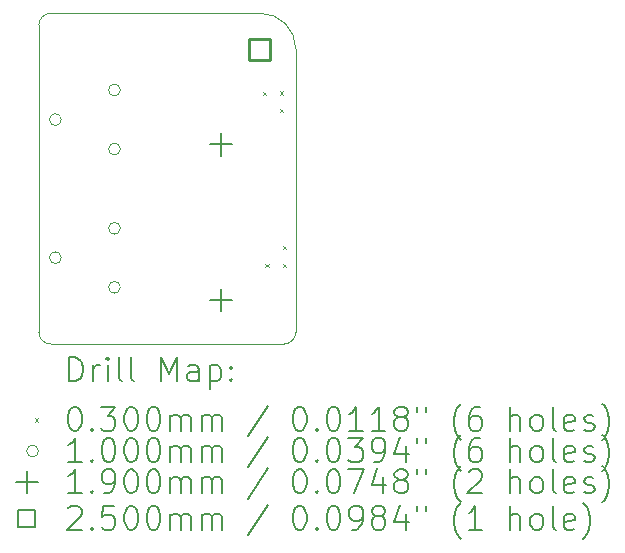
<source format=gbr>
%TF.GenerationSoftware,KiCad,Pcbnew,8.0.1*%
%TF.CreationDate,2024-07-10T15:35:58+08:00*%
%TF.ProjectId,555Sandbox,35353553-616e-4646-926f-782e6b696361,1.0.0*%
%TF.SameCoordinates,Original*%
%TF.FileFunction,Drillmap*%
%TF.FilePolarity,Positive*%
%FSLAX45Y45*%
G04 Gerber Fmt 4.5, Leading zero omitted, Abs format (unit mm)*
G04 Created by KiCad (PCBNEW 8.0.1) date 2024-07-10 15:35:58*
%MOMM*%
%LPD*%
G01*
G04 APERTURE LIST*
%ADD10C,0.050000*%
%ADD11C,0.200000*%
%ADD12C,0.100000*%
%ADD13C,0.190000*%
%ADD14C,0.250000*%
G04 APERTURE END LIST*
D10*
X9370000Y-6690000D02*
G75*
G02*
X9670000Y-6990000I0J-300000D01*
G01*
X9670000Y-9390000D02*
X9670000Y-6990000D01*
X7595000Y-9490000D02*
G75*
G02*
X7494292Y-9390005I0J100710D01*
G01*
X7495000Y-9390000D02*
X7495000Y-6790000D01*
X9670000Y-9390000D02*
G75*
G02*
X9570000Y-9490000I-100000J0D01*
G01*
X9570000Y-9490000D02*
X7595000Y-9490000D01*
X7495000Y-6790000D02*
G75*
G02*
X7595000Y-6690000I100000J0D01*
G01*
X7595000Y-6690000D02*
X9370000Y-6690000D01*
D11*
D12*
X9390000Y-7355000D02*
X9420000Y-7385000D01*
X9420000Y-7355000D02*
X9390000Y-7385000D01*
X9410000Y-8810000D02*
X9440000Y-8840000D01*
X9440000Y-8810000D02*
X9410000Y-8840000D01*
X9535000Y-7350000D02*
X9565000Y-7380000D01*
X9565000Y-7350000D02*
X9535000Y-7380000D01*
X9535000Y-7500000D02*
X9565000Y-7530000D01*
X9565000Y-7500000D02*
X9535000Y-7530000D01*
X9560000Y-8660000D02*
X9590000Y-8690000D01*
X9590000Y-8660000D02*
X9560000Y-8690000D01*
X9560000Y-8810000D02*
X9590000Y-8840000D01*
X9590000Y-8810000D02*
X9560000Y-8840000D01*
X7685000Y-7590000D02*
G75*
G02*
X7585000Y-7590000I-50000J0D01*
G01*
X7585000Y-7590000D02*
G75*
G02*
X7685000Y-7590000I50000J0D01*
G01*
X7685000Y-8760000D02*
G75*
G02*
X7585000Y-8760000I-50000J0D01*
G01*
X7585000Y-8760000D02*
G75*
G02*
X7685000Y-8760000I50000J0D01*
G01*
X8185000Y-7340000D02*
G75*
G02*
X8085000Y-7340000I-50000J0D01*
G01*
X8085000Y-7340000D02*
G75*
G02*
X8185000Y-7340000I50000J0D01*
G01*
X8185000Y-7840000D02*
G75*
G02*
X8085000Y-7840000I-50000J0D01*
G01*
X8085000Y-7840000D02*
G75*
G02*
X8185000Y-7840000I50000J0D01*
G01*
X8185000Y-8510000D02*
G75*
G02*
X8085000Y-8510000I-50000J0D01*
G01*
X8085000Y-8510000D02*
G75*
G02*
X8185000Y-8510000I50000J0D01*
G01*
X8185000Y-9010000D02*
G75*
G02*
X8085000Y-9010000I-50000J0D01*
G01*
X8085000Y-9010000D02*
G75*
G02*
X8185000Y-9010000I50000J0D01*
G01*
D13*
X9035000Y-7705000D02*
X9035000Y-7895000D01*
X8940000Y-7800000D02*
X9130000Y-7800000D01*
X9035000Y-9025000D02*
X9035000Y-9215000D01*
X8940000Y-9120000D02*
X9130000Y-9120000D01*
D14*
X9448389Y-7083389D02*
X9448389Y-6906611D01*
X9271611Y-6906611D01*
X9271611Y-7083389D01*
X9448389Y-7083389D01*
D11*
X7752569Y-9803984D02*
X7752569Y-9603984D01*
X7752569Y-9603984D02*
X7800188Y-9603984D01*
X7800188Y-9603984D02*
X7828759Y-9613508D01*
X7828759Y-9613508D02*
X7847807Y-9632555D01*
X7847807Y-9632555D02*
X7857330Y-9651603D01*
X7857330Y-9651603D02*
X7866854Y-9689698D01*
X7866854Y-9689698D02*
X7866854Y-9718270D01*
X7866854Y-9718270D02*
X7857330Y-9756365D01*
X7857330Y-9756365D02*
X7847807Y-9775412D01*
X7847807Y-9775412D02*
X7828759Y-9794460D01*
X7828759Y-9794460D02*
X7800188Y-9803984D01*
X7800188Y-9803984D02*
X7752569Y-9803984D01*
X7952569Y-9803984D02*
X7952569Y-9670650D01*
X7952569Y-9708746D02*
X7962092Y-9689698D01*
X7962092Y-9689698D02*
X7971616Y-9680174D01*
X7971616Y-9680174D02*
X7990664Y-9670650D01*
X7990664Y-9670650D02*
X8009711Y-9670650D01*
X8076378Y-9803984D02*
X8076378Y-9670650D01*
X8076378Y-9603984D02*
X8066854Y-9613508D01*
X8066854Y-9613508D02*
X8076378Y-9623031D01*
X8076378Y-9623031D02*
X8085902Y-9613508D01*
X8085902Y-9613508D02*
X8076378Y-9603984D01*
X8076378Y-9603984D02*
X8076378Y-9623031D01*
X8200188Y-9803984D02*
X8181140Y-9794460D01*
X8181140Y-9794460D02*
X8171616Y-9775412D01*
X8171616Y-9775412D02*
X8171616Y-9603984D01*
X8304949Y-9803984D02*
X8285902Y-9794460D01*
X8285902Y-9794460D02*
X8276378Y-9775412D01*
X8276378Y-9775412D02*
X8276378Y-9603984D01*
X8533521Y-9803984D02*
X8533521Y-9603984D01*
X8533521Y-9603984D02*
X8600188Y-9746841D01*
X8600188Y-9746841D02*
X8666854Y-9603984D01*
X8666854Y-9603984D02*
X8666854Y-9803984D01*
X8847807Y-9803984D02*
X8847807Y-9699222D01*
X8847807Y-9699222D02*
X8838283Y-9680174D01*
X8838283Y-9680174D02*
X8819235Y-9670650D01*
X8819235Y-9670650D02*
X8781140Y-9670650D01*
X8781140Y-9670650D02*
X8762092Y-9680174D01*
X8847807Y-9794460D02*
X8828759Y-9803984D01*
X8828759Y-9803984D02*
X8781140Y-9803984D01*
X8781140Y-9803984D02*
X8762092Y-9794460D01*
X8762092Y-9794460D02*
X8752569Y-9775412D01*
X8752569Y-9775412D02*
X8752569Y-9756365D01*
X8752569Y-9756365D02*
X8762092Y-9737317D01*
X8762092Y-9737317D02*
X8781140Y-9727793D01*
X8781140Y-9727793D02*
X8828759Y-9727793D01*
X8828759Y-9727793D02*
X8847807Y-9718270D01*
X8943045Y-9670650D02*
X8943045Y-9870650D01*
X8943045Y-9680174D02*
X8962092Y-9670650D01*
X8962092Y-9670650D02*
X9000188Y-9670650D01*
X9000188Y-9670650D02*
X9019235Y-9680174D01*
X9019235Y-9680174D02*
X9028759Y-9689698D01*
X9028759Y-9689698D02*
X9038283Y-9708746D01*
X9038283Y-9708746D02*
X9038283Y-9765889D01*
X9038283Y-9765889D02*
X9028759Y-9784936D01*
X9028759Y-9784936D02*
X9019235Y-9794460D01*
X9019235Y-9794460D02*
X9000188Y-9803984D01*
X9000188Y-9803984D02*
X8962092Y-9803984D01*
X8962092Y-9803984D02*
X8943045Y-9794460D01*
X9123997Y-9784936D02*
X9133521Y-9794460D01*
X9133521Y-9794460D02*
X9123997Y-9803984D01*
X9123997Y-9803984D02*
X9114473Y-9794460D01*
X9114473Y-9794460D02*
X9123997Y-9784936D01*
X9123997Y-9784936D02*
X9123997Y-9803984D01*
X9123997Y-9680174D02*
X9133521Y-9689698D01*
X9133521Y-9689698D02*
X9123997Y-9699222D01*
X9123997Y-9699222D02*
X9114473Y-9689698D01*
X9114473Y-9689698D02*
X9123997Y-9680174D01*
X9123997Y-9680174D02*
X9123997Y-9699222D01*
D12*
X7461792Y-10117500D02*
X7491792Y-10147500D01*
X7491792Y-10117500D02*
X7461792Y-10147500D01*
D11*
X7790664Y-10023984D02*
X7809711Y-10023984D01*
X7809711Y-10023984D02*
X7828759Y-10033508D01*
X7828759Y-10033508D02*
X7838283Y-10043031D01*
X7838283Y-10043031D02*
X7847807Y-10062079D01*
X7847807Y-10062079D02*
X7857330Y-10100174D01*
X7857330Y-10100174D02*
X7857330Y-10147793D01*
X7857330Y-10147793D02*
X7847807Y-10185889D01*
X7847807Y-10185889D02*
X7838283Y-10204936D01*
X7838283Y-10204936D02*
X7828759Y-10214460D01*
X7828759Y-10214460D02*
X7809711Y-10223984D01*
X7809711Y-10223984D02*
X7790664Y-10223984D01*
X7790664Y-10223984D02*
X7771616Y-10214460D01*
X7771616Y-10214460D02*
X7762092Y-10204936D01*
X7762092Y-10204936D02*
X7752569Y-10185889D01*
X7752569Y-10185889D02*
X7743045Y-10147793D01*
X7743045Y-10147793D02*
X7743045Y-10100174D01*
X7743045Y-10100174D02*
X7752569Y-10062079D01*
X7752569Y-10062079D02*
X7762092Y-10043031D01*
X7762092Y-10043031D02*
X7771616Y-10033508D01*
X7771616Y-10033508D02*
X7790664Y-10023984D01*
X7943045Y-10204936D02*
X7952569Y-10214460D01*
X7952569Y-10214460D02*
X7943045Y-10223984D01*
X7943045Y-10223984D02*
X7933521Y-10214460D01*
X7933521Y-10214460D02*
X7943045Y-10204936D01*
X7943045Y-10204936D02*
X7943045Y-10223984D01*
X8019235Y-10023984D02*
X8143045Y-10023984D01*
X8143045Y-10023984D02*
X8076378Y-10100174D01*
X8076378Y-10100174D02*
X8104950Y-10100174D01*
X8104950Y-10100174D02*
X8123997Y-10109698D01*
X8123997Y-10109698D02*
X8133521Y-10119222D01*
X8133521Y-10119222D02*
X8143045Y-10138270D01*
X8143045Y-10138270D02*
X8143045Y-10185889D01*
X8143045Y-10185889D02*
X8133521Y-10204936D01*
X8133521Y-10204936D02*
X8123997Y-10214460D01*
X8123997Y-10214460D02*
X8104950Y-10223984D01*
X8104950Y-10223984D02*
X8047807Y-10223984D01*
X8047807Y-10223984D02*
X8028759Y-10214460D01*
X8028759Y-10214460D02*
X8019235Y-10204936D01*
X8266854Y-10023984D02*
X8285902Y-10023984D01*
X8285902Y-10023984D02*
X8304950Y-10033508D01*
X8304950Y-10033508D02*
X8314473Y-10043031D01*
X8314473Y-10043031D02*
X8323997Y-10062079D01*
X8323997Y-10062079D02*
X8333521Y-10100174D01*
X8333521Y-10100174D02*
X8333521Y-10147793D01*
X8333521Y-10147793D02*
X8323997Y-10185889D01*
X8323997Y-10185889D02*
X8314473Y-10204936D01*
X8314473Y-10204936D02*
X8304950Y-10214460D01*
X8304950Y-10214460D02*
X8285902Y-10223984D01*
X8285902Y-10223984D02*
X8266854Y-10223984D01*
X8266854Y-10223984D02*
X8247807Y-10214460D01*
X8247807Y-10214460D02*
X8238283Y-10204936D01*
X8238283Y-10204936D02*
X8228759Y-10185889D01*
X8228759Y-10185889D02*
X8219235Y-10147793D01*
X8219235Y-10147793D02*
X8219235Y-10100174D01*
X8219235Y-10100174D02*
X8228759Y-10062079D01*
X8228759Y-10062079D02*
X8238283Y-10043031D01*
X8238283Y-10043031D02*
X8247807Y-10033508D01*
X8247807Y-10033508D02*
X8266854Y-10023984D01*
X8457331Y-10023984D02*
X8476378Y-10023984D01*
X8476378Y-10023984D02*
X8495426Y-10033508D01*
X8495426Y-10033508D02*
X8504950Y-10043031D01*
X8504950Y-10043031D02*
X8514473Y-10062079D01*
X8514473Y-10062079D02*
X8523997Y-10100174D01*
X8523997Y-10100174D02*
X8523997Y-10147793D01*
X8523997Y-10147793D02*
X8514473Y-10185889D01*
X8514473Y-10185889D02*
X8504950Y-10204936D01*
X8504950Y-10204936D02*
X8495426Y-10214460D01*
X8495426Y-10214460D02*
X8476378Y-10223984D01*
X8476378Y-10223984D02*
X8457331Y-10223984D01*
X8457331Y-10223984D02*
X8438283Y-10214460D01*
X8438283Y-10214460D02*
X8428759Y-10204936D01*
X8428759Y-10204936D02*
X8419235Y-10185889D01*
X8419235Y-10185889D02*
X8409712Y-10147793D01*
X8409712Y-10147793D02*
X8409712Y-10100174D01*
X8409712Y-10100174D02*
X8419235Y-10062079D01*
X8419235Y-10062079D02*
X8428759Y-10043031D01*
X8428759Y-10043031D02*
X8438283Y-10033508D01*
X8438283Y-10033508D02*
X8457331Y-10023984D01*
X8609712Y-10223984D02*
X8609712Y-10090650D01*
X8609712Y-10109698D02*
X8619235Y-10100174D01*
X8619235Y-10100174D02*
X8638283Y-10090650D01*
X8638283Y-10090650D02*
X8666854Y-10090650D01*
X8666854Y-10090650D02*
X8685902Y-10100174D01*
X8685902Y-10100174D02*
X8695426Y-10119222D01*
X8695426Y-10119222D02*
X8695426Y-10223984D01*
X8695426Y-10119222D02*
X8704950Y-10100174D01*
X8704950Y-10100174D02*
X8723997Y-10090650D01*
X8723997Y-10090650D02*
X8752569Y-10090650D01*
X8752569Y-10090650D02*
X8771616Y-10100174D01*
X8771616Y-10100174D02*
X8781140Y-10119222D01*
X8781140Y-10119222D02*
X8781140Y-10223984D01*
X8876378Y-10223984D02*
X8876378Y-10090650D01*
X8876378Y-10109698D02*
X8885902Y-10100174D01*
X8885902Y-10100174D02*
X8904950Y-10090650D01*
X8904950Y-10090650D02*
X8933521Y-10090650D01*
X8933521Y-10090650D02*
X8952569Y-10100174D01*
X8952569Y-10100174D02*
X8962093Y-10119222D01*
X8962093Y-10119222D02*
X8962093Y-10223984D01*
X8962093Y-10119222D02*
X8971616Y-10100174D01*
X8971616Y-10100174D02*
X8990664Y-10090650D01*
X8990664Y-10090650D02*
X9019235Y-10090650D01*
X9019235Y-10090650D02*
X9038283Y-10100174D01*
X9038283Y-10100174D02*
X9047807Y-10119222D01*
X9047807Y-10119222D02*
X9047807Y-10223984D01*
X9438283Y-10014460D02*
X9266855Y-10271603D01*
X9695426Y-10023984D02*
X9714474Y-10023984D01*
X9714474Y-10023984D02*
X9733521Y-10033508D01*
X9733521Y-10033508D02*
X9743045Y-10043031D01*
X9743045Y-10043031D02*
X9752569Y-10062079D01*
X9752569Y-10062079D02*
X9762093Y-10100174D01*
X9762093Y-10100174D02*
X9762093Y-10147793D01*
X9762093Y-10147793D02*
X9752569Y-10185889D01*
X9752569Y-10185889D02*
X9743045Y-10204936D01*
X9743045Y-10204936D02*
X9733521Y-10214460D01*
X9733521Y-10214460D02*
X9714474Y-10223984D01*
X9714474Y-10223984D02*
X9695426Y-10223984D01*
X9695426Y-10223984D02*
X9676378Y-10214460D01*
X9676378Y-10214460D02*
X9666855Y-10204936D01*
X9666855Y-10204936D02*
X9657331Y-10185889D01*
X9657331Y-10185889D02*
X9647807Y-10147793D01*
X9647807Y-10147793D02*
X9647807Y-10100174D01*
X9647807Y-10100174D02*
X9657331Y-10062079D01*
X9657331Y-10062079D02*
X9666855Y-10043031D01*
X9666855Y-10043031D02*
X9676378Y-10033508D01*
X9676378Y-10033508D02*
X9695426Y-10023984D01*
X9847807Y-10204936D02*
X9857331Y-10214460D01*
X9857331Y-10214460D02*
X9847807Y-10223984D01*
X9847807Y-10223984D02*
X9838283Y-10214460D01*
X9838283Y-10214460D02*
X9847807Y-10204936D01*
X9847807Y-10204936D02*
X9847807Y-10223984D01*
X9981140Y-10023984D02*
X10000188Y-10023984D01*
X10000188Y-10023984D02*
X10019236Y-10033508D01*
X10019236Y-10033508D02*
X10028759Y-10043031D01*
X10028759Y-10043031D02*
X10038283Y-10062079D01*
X10038283Y-10062079D02*
X10047807Y-10100174D01*
X10047807Y-10100174D02*
X10047807Y-10147793D01*
X10047807Y-10147793D02*
X10038283Y-10185889D01*
X10038283Y-10185889D02*
X10028759Y-10204936D01*
X10028759Y-10204936D02*
X10019236Y-10214460D01*
X10019236Y-10214460D02*
X10000188Y-10223984D01*
X10000188Y-10223984D02*
X9981140Y-10223984D01*
X9981140Y-10223984D02*
X9962093Y-10214460D01*
X9962093Y-10214460D02*
X9952569Y-10204936D01*
X9952569Y-10204936D02*
X9943045Y-10185889D01*
X9943045Y-10185889D02*
X9933521Y-10147793D01*
X9933521Y-10147793D02*
X9933521Y-10100174D01*
X9933521Y-10100174D02*
X9943045Y-10062079D01*
X9943045Y-10062079D02*
X9952569Y-10043031D01*
X9952569Y-10043031D02*
X9962093Y-10033508D01*
X9962093Y-10033508D02*
X9981140Y-10023984D01*
X10238283Y-10223984D02*
X10123997Y-10223984D01*
X10181140Y-10223984D02*
X10181140Y-10023984D01*
X10181140Y-10023984D02*
X10162093Y-10052555D01*
X10162093Y-10052555D02*
X10143045Y-10071603D01*
X10143045Y-10071603D02*
X10123997Y-10081127D01*
X10428759Y-10223984D02*
X10314474Y-10223984D01*
X10371616Y-10223984D02*
X10371616Y-10023984D01*
X10371616Y-10023984D02*
X10352569Y-10052555D01*
X10352569Y-10052555D02*
X10333521Y-10071603D01*
X10333521Y-10071603D02*
X10314474Y-10081127D01*
X10543045Y-10109698D02*
X10523997Y-10100174D01*
X10523997Y-10100174D02*
X10514474Y-10090650D01*
X10514474Y-10090650D02*
X10504950Y-10071603D01*
X10504950Y-10071603D02*
X10504950Y-10062079D01*
X10504950Y-10062079D02*
X10514474Y-10043031D01*
X10514474Y-10043031D02*
X10523997Y-10033508D01*
X10523997Y-10033508D02*
X10543045Y-10023984D01*
X10543045Y-10023984D02*
X10581140Y-10023984D01*
X10581140Y-10023984D02*
X10600188Y-10033508D01*
X10600188Y-10033508D02*
X10609712Y-10043031D01*
X10609712Y-10043031D02*
X10619236Y-10062079D01*
X10619236Y-10062079D02*
X10619236Y-10071603D01*
X10619236Y-10071603D02*
X10609712Y-10090650D01*
X10609712Y-10090650D02*
X10600188Y-10100174D01*
X10600188Y-10100174D02*
X10581140Y-10109698D01*
X10581140Y-10109698D02*
X10543045Y-10109698D01*
X10543045Y-10109698D02*
X10523997Y-10119222D01*
X10523997Y-10119222D02*
X10514474Y-10128746D01*
X10514474Y-10128746D02*
X10504950Y-10147793D01*
X10504950Y-10147793D02*
X10504950Y-10185889D01*
X10504950Y-10185889D02*
X10514474Y-10204936D01*
X10514474Y-10204936D02*
X10523997Y-10214460D01*
X10523997Y-10214460D02*
X10543045Y-10223984D01*
X10543045Y-10223984D02*
X10581140Y-10223984D01*
X10581140Y-10223984D02*
X10600188Y-10214460D01*
X10600188Y-10214460D02*
X10609712Y-10204936D01*
X10609712Y-10204936D02*
X10619236Y-10185889D01*
X10619236Y-10185889D02*
X10619236Y-10147793D01*
X10619236Y-10147793D02*
X10609712Y-10128746D01*
X10609712Y-10128746D02*
X10600188Y-10119222D01*
X10600188Y-10119222D02*
X10581140Y-10109698D01*
X10695426Y-10023984D02*
X10695426Y-10062079D01*
X10771617Y-10023984D02*
X10771617Y-10062079D01*
X11066855Y-10300174D02*
X11057331Y-10290650D01*
X11057331Y-10290650D02*
X11038283Y-10262079D01*
X11038283Y-10262079D02*
X11028759Y-10243031D01*
X11028759Y-10243031D02*
X11019236Y-10214460D01*
X11019236Y-10214460D02*
X11009712Y-10166841D01*
X11009712Y-10166841D02*
X11009712Y-10128746D01*
X11009712Y-10128746D02*
X11019236Y-10081127D01*
X11019236Y-10081127D02*
X11028759Y-10052555D01*
X11028759Y-10052555D02*
X11038283Y-10033508D01*
X11038283Y-10033508D02*
X11057331Y-10004936D01*
X11057331Y-10004936D02*
X11066855Y-9995412D01*
X11228759Y-10023984D02*
X11190664Y-10023984D01*
X11190664Y-10023984D02*
X11171617Y-10033508D01*
X11171617Y-10033508D02*
X11162093Y-10043031D01*
X11162093Y-10043031D02*
X11143045Y-10071603D01*
X11143045Y-10071603D02*
X11133521Y-10109698D01*
X11133521Y-10109698D02*
X11133521Y-10185889D01*
X11133521Y-10185889D02*
X11143045Y-10204936D01*
X11143045Y-10204936D02*
X11152569Y-10214460D01*
X11152569Y-10214460D02*
X11171617Y-10223984D01*
X11171617Y-10223984D02*
X11209712Y-10223984D01*
X11209712Y-10223984D02*
X11228759Y-10214460D01*
X11228759Y-10214460D02*
X11238283Y-10204936D01*
X11238283Y-10204936D02*
X11247807Y-10185889D01*
X11247807Y-10185889D02*
X11247807Y-10138270D01*
X11247807Y-10138270D02*
X11238283Y-10119222D01*
X11238283Y-10119222D02*
X11228759Y-10109698D01*
X11228759Y-10109698D02*
X11209712Y-10100174D01*
X11209712Y-10100174D02*
X11171617Y-10100174D01*
X11171617Y-10100174D02*
X11152569Y-10109698D01*
X11152569Y-10109698D02*
X11143045Y-10119222D01*
X11143045Y-10119222D02*
X11133521Y-10138270D01*
X11485902Y-10223984D02*
X11485902Y-10023984D01*
X11571617Y-10223984D02*
X11571617Y-10119222D01*
X11571617Y-10119222D02*
X11562093Y-10100174D01*
X11562093Y-10100174D02*
X11543045Y-10090650D01*
X11543045Y-10090650D02*
X11514474Y-10090650D01*
X11514474Y-10090650D02*
X11495426Y-10100174D01*
X11495426Y-10100174D02*
X11485902Y-10109698D01*
X11695426Y-10223984D02*
X11676378Y-10214460D01*
X11676378Y-10214460D02*
X11666855Y-10204936D01*
X11666855Y-10204936D02*
X11657331Y-10185889D01*
X11657331Y-10185889D02*
X11657331Y-10128746D01*
X11657331Y-10128746D02*
X11666855Y-10109698D01*
X11666855Y-10109698D02*
X11676378Y-10100174D01*
X11676378Y-10100174D02*
X11695426Y-10090650D01*
X11695426Y-10090650D02*
X11723998Y-10090650D01*
X11723998Y-10090650D02*
X11743045Y-10100174D01*
X11743045Y-10100174D02*
X11752569Y-10109698D01*
X11752569Y-10109698D02*
X11762093Y-10128746D01*
X11762093Y-10128746D02*
X11762093Y-10185889D01*
X11762093Y-10185889D02*
X11752569Y-10204936D01*
X11752569Y-10204936D02*
X11743045Y-10214460D01*
X11743045Y-10214460D02*
X11723998Y-10223984D01*
X11723998Y-10223984D02*
X11695426Y-10223984D01*
X11876378Y-10223984D02*
X11857331Y-10214460D01*
X11857331Y-10214460D02*
X11847807Y-10195412D01*
X11847807Y-10195412D02*
X11847807Y-10023984D01*
X12028759Y-10214460D02*
X12009712Y-10223984D01*
X12009712Y-10223984D02*
X11971617Y-10223984D01*
X11971617Y-10223984D02*
X11952569Y-10214460D01*
X11952569Y-10214460D02*
X11943045Y-10195412D01*
X11943045Y-10195412D02*
X11943045Y-10119222D01*
X11943045Y-10119222D02*
X11952569Y-10100174D01*
X11952569Y-10100174D02*
X11971617Y-10090650D01*
X11971617Y-10090650D02*
X12009712Y-10090650D01*
X12009712Y-10090650D02*
X12028759Y-10100174D01*
X12028759Y-10100174D02*
X12038283Y-10119222D01*
X12038283Y-10119222D02*
X12038283Y-10138270D01*
X12038283Y-10138270D02*
X11943045Y-10157317D01*
X12114474Y-10214460D02*
X12133521Y-10223984D01*
X12133521Y-10223984D02*
X12171617Y-10223984D01*
X12171617Y-10223984D02*
X12190664Y-10214460D01*
X12190664Y-10214460D02*
X12200188Y-10195412D01*
X12200188Y-10195412D02*
X12200188Y-10185889D01*
X12200188Y-10185889D02*
X12190664Y-10166841D01*
X12190664Y-10166841D02*
X12171617Y-10157317D01*
X12171617Y-10157317D02*
X12143045Y-10157317D01*
X12143045Y-10157317D02*
X12123998Y-10147793D01*
X12123998Y-10147793D02*
X12114474Y-10128746D01*
X12114474Y-10128746D02*
X12114474Y-10119222D01*
X12114474Y-10119222D02*
X12123998Y-10100174D01*
X12123998Y-10100174D02*
X12143045Y-10090650D01*
X12143045Y-10090650D02*
X12171617Y-10090650D01*
X12171617Y-10090650D02*
X12190664Y-10100174D01*
X12266855Y-10300174D02*
X12276379Y-10290650D01*
X12276379Y-10290650D02*
X12295426Y-10262079D01*
X12295426Y-10262079D02*
X12304950Y-10243031D01*
X12304950Y-10243031D02*
X12314474Y-10214460D01*
X12314474Y-10214460D02*
X12323998Y-10166841D01*
X12323998Y-10166841D02*
X12323998Y-10128746D01*
X12323998Y-10128746D02*
X12314474Y-10081127D01*
X12314474Y-10081127D02*
X12304950Y-10052555D01*
X12304950Y-10052555D02*
X12295426Y-10033508D01*
X12295426Y-10033508D02*
X12276379Y-10004936D01*
X12276379Y-10004936D02*
X12266855Y-9995412D01*
D12*
X7491792Y-10396500D02*
G75*
G02*
X7391792Y-10396500I-50000J0D01*
G01*
X7391792Y-10396500D02*
G75*
G02*
X7491792Y-10396500I50000J0D01*
G01*
D11*
X7857330Y-10487984D02*
X7743045Y-10487984D01*
X7800188Y-10487984D02*
X7800188Y-10287984D01*
X7800188Y-10287984D02*
X7781140Y-10316555D01*
X7781140Y-10316555D02*
X7762092Y-10335603D01*
X7762092Y-10335603D02*
X7743045Y-10345127D01*
X7943045Y-10468936D02*
X7952569Y-10478460D01*
X7952569Y-10478460D02*
X7943045Y-10487984D01*
X7943045Y-10487984D02*
X7933521Y-10478460D01*
X7933521Y-10478460D02*
X7943045Y-10468936D01*
X7943045Y-10468936D02*
X7943045Y-10487984D01*
X8076378Y-10287984D02*
X8095426Y-10287984D01*
X8095426Y-10287984D02*
X8114473Y-10297508D01*
X8114473Y-10297508D02*
X8123997Y-10307031D01*
X8123997Y-10307031D02*
X8133521Y-10326079D01*
X8133521Y-10326079D02*
X8143045Y-10364174D01*
X8143045Y-10364174D02*
X8143045Y-10411793D01*
X8143045Y-10411793D02*
X8133521Y-10449889D01*
X8133521Y-10449889D02*
X8123997Y-10468936D01*
X8123997Y-10468936D02*
X8114473Y-10478460D01*
X8114473Y-10478460D02*
X8095426Y-10487984D01*
X8095426Y-10487984D02*
X8076378Y-10487984D01*
X8076378Y-10487984D02*
X8057330Y-10478460D01*
X8057330Y-10478460D02*
X8047807Y-10468936D01*
X8047807Y-10468936D02*
X8038283Y-10449889D01*
X8038283Y-10449889D02*
X8028759Y-10411793D01*
X8028759Y-10411793D02*
X8028759Y-10364174D01*
X8028759Y-10364174D02*
X8038283Y-10326079D01*
X8038283Y-10326079D02*
X8047807Y-10307031D01*
X8047807Y-10307031D02*
X8057330Y-10297508D01*
X8057330Y-10297508D02*
X8076378Y-10287984D01*
X8266854Y-10287984D02*
X8285902Y-10287984D01*
X8285902Y-10287984D02*
X8304950Y-10297508D01*
X8304950Y-10297508D02*
X8314473Y-10307031D01*
X8314473Y-10307031D02*
X8323997Y-10326079D01*
X8323997Y-10326079D02*
X8333521Y-10364174D01*
X8333521Y-10364174D02*
X8333521Y-10411793D01*
X8333521Y-10411793D02*
X8323997Y-10449889D01*
X8323997Y-10449889D02*
X8314473Y-10468936D01*
X8314473Y-10468936D02*
X8304950Y-10478460D01*
X8304950Y-10478460D02*
X8285902Y-10487984D01*
X8285902Y-10487984D02*
X8266854Y-10487984D01*
X8266854Y-10487984D02*
X8247807Y-10478460D01*
X8247807Y-10478460D02*
X8238283Y-10468936D01*
X8238283Y-10468936D02*
X8228759Y-10449889D01*
X8228759Y-10449889D02*
X8219235Y-10411793D01*
X8219235Y-10411793D02*
X8219235Y-10364174D01*
X8219235Y-10364174D02*
X8228759Y-10326079D01*
X8228759Y-10326079D02*
X8238283Y-10307031D01*
X8238283Y-10307031D02*
X8247807Y-10297508D01*
X8247807Y-10297508D02*
X8266854Y-10287984D01*
X8457331Y-10287984D02*
X8476378Y-10287984D01*
X8476378Y-10287984D02*
X8495426Y-10297508D01*
X8495426Y-10297508D02*
X8504950Y-10307031D01*
X8504950Y-10307031D02*
X8514473Y-10326079D01*
X8514473Y-10326079D02*
X8523997Y-10364174D01*
X8523997Y-10364174D02*
X8523997Y-10411793D01*
X8523997Y-10411793D02*
X8514473Y-10449889D01*
X8514473Y-10449889D02*
X8504950Y-10468936D01*
X8504950Y-10468936D02*
X8495426Y-10478460D01*
X8495426Y-10478460D02*
X8476378Y-10487984D01*
X8476378Y-10487984D02*
X8457331Y-10487984D01*
X8457331Y-10487984D02*
X8438283Y-10478460D01*
X8438283Y-10478460D02*
X8428759Y-10468936D01*
X8428759Y-10468936D02*
X8419235Y-10449889D01*
X8419235Y-10449889D02*
X8409712Y-10411793D01*
X8409712Y-10411793D02*
X8409712Y-10364174D01*
X8409712Y-10364174D02*
X8419235Y-10326079D01*
X8419235Y-10326079D02*
X8428759Y-10307031D01*
X8428759Y-10307031D02*
X8438283Y-10297508D01*
X8438283Y-10297508D02*
X8457331Y-10287984D01*
X8609712Y-10487984D02*
X8609712Y-10354650D01*
X8609712Y-10373698D02*
X8619235Y-10364174D01*
X8619235Y-10364174D02*
X8638283Y-10354650D01*
X8638283Y-10354650D02*
X8666854Y-10354650D01*
X8666854Y-10354650D02*
X8685902Y-10364174D01*
X8685902Y-10364174D02*
X8695426Y-10383222D01*
X8695426Y-10383222D02*
X8695426Y-10487984D01*
X8695426Y-10383222D02*
X8704950Y-10364174D01*
X8704950Y-10364174D02*
X8723997Y-10354650D01*
X8723997Y-10354650D02*
X8752569Y-10354650D01*
X8752569Y-10354650D02*
X8771616Y-10364174D01*
X8771616Y-10364174D02*
X8781140Y-10383222D01*
X8781140Y-10383222D02*
X8781140Y-10487984D01*
X8876378Y-10487984D02*
X8876378Y-10354650D01*
X8876378Y-10373698D02*
X8885902Y-10364174D01*
X8885902Y-10364174D02*
X8904950Y-10354650D01*
X8904950Y-10354650D02*
X8933521Y-10354650D01*
X8933521Y-10354650D02*
X8952569Y-10364174D01*
X8952569Y-10364174D02*
X8962093Y-10383222D01*
X8962093Y-10383222D02*
X8962093Y-10487984D01*
X8962093Y-10383222D02*
X8971616Y-10364174D01*
X8971616Y-10364174D02*
X8990664Y-10354650D01*
X8990664Y-10354650D02*
X9019235Y-10354650D01*
X9019235Y-10354650D02*
X9038283Y-10364174D01*
X9038283Y-10364174D02*
X9047807Y-10383222D01*
X9047807Y-10383222D02*
X9047807Y-10487984D01*
X9438283Y-10278460D02*
X9266855Y-10535603D01*
X9695426Y-10287984D02*
X9714474Y-10287984D01*
X9714474Y-10287984D02*
X9733521Y-10297508D01*
X9733521Y-10297508D02*
X9743045Y-10307031D01*
X9743045Y-10307031D02*
X9752569Y-10326079D01*
X9752569Y-10326079D02*
X9762093Y-10364174D01*
X9762093Y-10364174D02*
X9762093Y-10411793D01*
X9762093Y-10411793D02*
X9752569Y-10449889D01*
X9752569Y-10449889D02*
X9743045Y-10468936D01*
X9743045Y-10468936D02*
X9733521Y-10478460D01*
X9733521Y-10478460D02*
X9714474Y-10487984D01*
X9714474Y-10487984D02*
X9695426Y-10487984D01*
X9695426Y-10487984D02*
X9676378Y-10478460D01*
X9676378Y-10478460D02*
X9666855Y-10468936D01*
X9666855Y-10468936D02*
X9657331Y-10449889D01*
X9657331Y-10449889D02*
X9647807Y-10411793D01*
X9647807Y-10411793D02*
X9647807Y-10364174D01*
X9647807Y-10364174D02*
X9657331Y-10326079D01*
X9657331Y-10326079D02*
X9666855Y-10307031D01*
X9666855Y-10307031D02*
X9676378Y-10297508D01*
X9676378Y-10297508D02*
X9695426Y-10287984D01*
X9847807Y-10468936D02*
X9857331Y-10478460D01*
X9857331Y-10478460D02*
X9847807Y-10487984D01*
X9847807Y-10487984D02*
X9838283Y-10478460D01*
X9838283Y-10478460D02*
X9847807Y-10468936D01*
X9847807Y-10468936D02*
X9847807Y-10487984D01*
X9981140Y-10287984D02*
X10000188Y-10287984D01*
X10000188Y-10287984D02*
X10019236Y-10297508D01*
X10019236Y-10297508D02*
X10028759Y-10307031D01*
X10028759Y-10307031D02*
X10038283Y-10326079D01*
X10038283Y-10326079D02*
X10047807Y-10364174D01*
X10047807Y-10364174D02*
X10047807Y-10411793D01*
X10047807Y-10411793D02*
X10038283Y-10449889D01*
X10038283Y-10449889D02*
X10028759Y-10468936D01*
X10028759Y-10468936D02*
X10019236Y-10478460D01*
X10019236Y-10478460D02*
X10000188Y-10487984D01*
X10000188Y-10487984D02*
X9981140Y-10487984D01*
X9981140Y-10487984D02*
X9962093Y-10478460D01*
X9962093Y-10478460D02*
X9952569Y-10468936D01*
X9952569Y-10468936D02*
X9943045Y-10449889D01*
X9943045Y-10449889D02*
X9933521Y-10411793D01*
X9933521Y-10411793D02*
X9933521Y-10364174D01*
X9933521Y-10364174D02*
X9943045Y-10326079D01*
X9943045Y-10326079D02*
X9952569Y-10307031D01*
X9952569Y-10307031D02*
X9962093Y-10297508D01*
X9962093Y-10297508D02*
X9981140Y-10287984D01*
X10114474Y-10287984D02*
X10238283Y-10287984D01*
X10238283Y-10287984D02*
X10171616Y-10364174D01*
X10171616Y-10364174D02*
X10200188Y-10364174D01*
X10200188Y-10364174D02*
X10219236Y-10373698D01*
X10219236Y-10373698D02*
X10228759Y-10383222D01*
X10228759Y-10383222D02*
X10238283Y-10402270D01*
X10238283Y-10402270D02*
X10238283Y-10449889D01*
X10238283Y-10449889D02*
X10228759Y-10468936D01*
X10228759Y-10468936D02*
X10219236Y-10478460D01*
X10219236Y-10478460D02*
X10200188Y-10487984D01*
X10200188Y-10487984D02*
X10143045Y-10487984D01*
X10143045Y-10487984D02*
X10123997Y-10478460D01*
X10123997Y-10478460D02*
X10114474Y-10468936D01*
X10333521Y-10487984D02*
X10371616Y-10487984D01*
X10371616Y-10487984D02*
X10390664Y-10478460D01*
X10390664Y-10478460D02*
X10400188Y-10468936D01*
X10400188Y-10468936D02*
X10419236Y-10440365D01*
X10419236Y-10440365D02*
X10428759Y-10402270D01*
X10428759Y-10402270D02*
X10428759Y-10326079D01*
X10428759Y-10326079D02*
X10419236Y-10307031D01*
X10419236Y-10307031D02*
X10409712Y-10297508D01*
X10409712Y-10297508D02*
X10390664Y-10287984D01*
X10390664Y-10287984D02*
X10352569Y-10287984D01*
X10352569Y-10287984D02*
X10333521Y-10297508D01*
X10333521Y-10297508D02*
X10323997Y-10307031D01*
X10323997Y-10307031D02*
X10314474Y-10326079D01*
X10314474Y-10326079D02*
X10314474Y-10373698D01*
X10314474Y-10373698D02*
X10323997Y-10392746D01*
X10323997Y-10392746D02*
X10333521Y-10402270D01*
X10333521Y-10402270D02*
X10352569Y-10411793D01*
X10352569Y-10411793D02*
X10390664Y-10411793D01*
X10390664Y-10411793D02*
X10409712Y-10402270D01*
X10409712Y-10402270D02*
X10419236Y-10392746D01*
X10419236Y-10392746D02*
X10428759Y-10373698D01*
X10600188Y-10354650D02*
X10600188Y-10487984D01*
X10552569Y-10278460D02*
X10504950Y-10421317D01*
X10504950Y-10421317D02*
X10628759Y-10421317D01*
X10695426Y-10287984D02*
X10695426Y-10326079D01*
X10771617Y-10287984D02*
X10771617Y-10326079D01*
X11066855Y-10564174D02*
X11057331Y-10554650D01*
X11057331Y-10554650D02*
X11038283Y-10526079D01*
X11038283Y-10526079D02*
X11028759Y-10507031D01*
X11028759Y-10507031D02*
X11019236Y-10478460D01*
X11019236Y-10478460D02*
X11009712Y-10430841D01*
X11009712Y-10430841D02*
X11009712Y-10392746D01*
X11009712Y-10392746D02*
X11019236Y-10345127D01*
X11019236Y-10345127D02*
X11028759Y-10316555D01*
X11028759Y-10316555D02*
X11038283Y-10297508D01*
X11038283Y-10297508D02*
X11057331Y-10268936D01*
X11057331Y-10268936D02*
X11066855Y-10259412D01*
X11228759Y-10287984D02*
X11190664Y-10287984D01*
X11190664Y-10287984D02*
X11171617Y-10297508D01*
X11171617Y-10297508D02*
X11162093Y-10307031D01*
X11162093Y-10307031D02*
X11143045Y-10335603D01*
X11143045Y-10335603D02*
X11133521Y-10373698D01*
X11133521Y-10373698D02*
X11133521Y-10449889D01*
X11133521Y-10449889D02*
X11143045Y-10468936D01*
X11143045Y-10468936D02*
X11152569Y-10478460D01*
X11152569Y-10478460D02*
X11171617Y-10487984D01*
X11171617Y-10487984D02*
X11209712Y-10487984D01*
X11209712Y-10487984D02*
X11228759Y-10478460D01*
X11228759Y-10478460D02*
X11238283Y-10468936D01*
X11238283Y-10468936D02*
X11247807Y-10449889D01*
X11247807Y-10449889D02*
X11247807Y-10402270D01*
X11247807Y-10402270D02*
X11238283Y-10383222D01*
X11238283Y-10383222D02*
X11228759Y-10373698D01*
X11228759Y-10373698D02*
X11209712Y-10364174D01*
X11209712Y-10364174D02*
X11171617Y-10364174D01*
X11171617Y-10364174D02*
X11152569Y-10373698D01*
X11152569Y-10373698D02*
X11143045Y-10383222D01*
X11143045Y-10383222D02*
X11133521Y-10402270D01*
X11485902Y-10487984D02*
X11485902Y-10287984D01*
X11571617Y-10487984D02*
X11571617Y-10383222D01*
X11571617Y-10383222D02*
X11562093Y-10364174D01*
X11562093Y-10364174D02*
X11543045Y-10354650D01*
X11543045Y-10354650D02*
X11514474Y-10354650D01*
X11514474Y-10354650D02*
X11495426Y-10364174D01*
X11495426Y-10364174D02*
X11485902Y-10373698D01*
X11695426Y-10487984D02*
X11676378Y-10478460D01*
X11676378Y-10478460D02*
X11666855Y-10468936D01*
X11666855Y-10468936D02*
X11657331Y-10449889D01*
X11657331Y-10449889D02*
X11657331Y-10392746D01*
X11657331Y-10392746D02*
X11666855Y-10373698D01*
X11666855Y-10373698D02*
X11676378Y-10364174D01*
X11676378Y-10364174D02*
X11695426Y-10354650D01*
X11695426Y-10354650D02*
X11723998Y-10354650D01*
X11723998Y-10354650D02*
X11743045Y-10364174D01*
X11743045Y-10364174D02*
X11752569Y-10373698D01*
X11752569Y-10373698D02*
X11762093Y-10392746D01*
X11762093Y-10392746D02*
X11762093Y-10449889D01*
X11762093Y-10449889D02*
X11752569Y-10468936D01*
X11752569Y-10468936D02*
X11743045Y-10478460D01*
X11743045Y-10478460D02*
X11723998Y-10487984D01*
X11723998Y-10487984D02*
X11695426Y-10487984D01*
X11876378Y-10487984D02*
X11857331Y-10478460D01*
X11857331Y-10478460D02*
X11847807Y-10459412D01*
X11847807Y-10459412D02*
X11847807Y-10287984D01*
X12028759Y-10478460D02*
X12009712Y-10487984D01*
X12009712Y-10487984D02*
X11971617Y-10487984D01*
X11971617Y-10487984D02*
X11952569Y-10478460D01*
X11952569Y-10478460D02*
X11943045Y-10459412D01*
X11943045Y-10459412D02*
X11943045Y-10383222D01*
X11943045Y-10383222D02*
X11952569Y-10364174D01*
X11952569Y-10364174D02*
X11971617Y-10354650D01*
X11971617Y-10354650D02*
X12009712Y-10354650D01*
X12009712Y-10354650D02*
X12028759Y-10364174D01*
X12028759Y-10364174D02*
X12038283Y-10383222D01*
X12038283Y-10383222D02*
X12038283Y-10402270D01*
X12038283Y-10402270D02*
X11943045Y-10421317D01*
X12114474Y-10478460D02*
X12133521Y-10487984D01*
X12133521Y-10487984D02*
X12171617Y-10487984D01*
X12171617Y-10487984D02*
X12190664Y-10478460D01*
X12190664Y-10478460D02*
X12200188Y-10459412D01*
X12200188Y-10459412D02*
X12200188Y-10449889D01*
X12200188Y-10449889D02*
X12190664Y-10430841D01*
X12190664Y-10430841D02*
X12171617Y-10421317D01*
X12171617Y-10421317D02*
X12143045Y-10421317D01*
X12143045Y-10421317D02*
X12123998Y-10411793D01*
X12123998Y-10411793D02*
X12114474Y-10392746D01*
X12114474Y-10392746D02*
X12114474Y-10383222D01*
X12114474Y-10383222D02*
X12123998Y-10364174D01*
X12123998Y-10364174D02*
X12143045Y-10354650D01*
X12143045Y-10354650D02*
X12171617Y-10354650D01*
X12171617Y-10354650D02*
X12190664Y-10364174D01*
X12266855Y-10564174D02*
X12276379Y-10554650D01*
X12276379Y-10554650D02*
X12295426Y-10526079D01*
X12295426Y-10526079D02*
X12304950Y-10507031D01*
X12304950Y-10507031D02*
X12314474Y-10478460D01*
X12314474Y-10478460D02*
X12323998Y-10430841D01*
X12323998Y-10430841D02*
X12323998Y-10392746D01*
X12323998Y-10392746D02*
X12314474Y-10345127D01*
X12314474Y-10345127D02*
X12304950Y-10316555D01*
X12304950Y-10316555D02*
X12295426Y-10297508D01*
X12295426Y-10297508D02*
X12276379Y-10268936D01*
X12276379Y-10268936D02*
X12266855Y-10259412D01*
D13*
X7396792Y-10565500D02*
X7396792Y-10755500D01*
X7301792Y-10660500D02*
X7491792Y-10660500D01*
D11*
X7857330Y-10751984D02*
X7743045Y-10751984D01*
X7800188Y-10751984D02*
X7800188Y-10551984D01*
X7800188Y-10551984D02*
X7781140Y-10580555D01*
X7781140Y-10580555D02*
X7762092Y-10599603D01*
X7762092Y-10599603D02*
X7743045Y-10609127D01*
X7943045Y-10732936D02*
X7952569Y-10742460D01*
X7952569Y-10742460D02*
X7943045Y-10751984D01*
X7943045Y-10751984D02*
X7933521Y-10742460D01*
X7933521Y-10742460D02*
X7943045Y-10732936D01*
X7943045Y-10732936D02*
X7943045Y-10751984D01*
X8047807Y-10751984D02*
X8085902Y-10751984D01*
X8085902Y-10751984D02*
X8104950Y-10742460D01*
X8104950Y-10742460D02*
X8114473Y-10732936D01*
X8114473Y-10732936D02*
X8133521Y-10704365D01*
X8133521Y-10704365D02*
X8143045Y-10666270D01*
X8143045Y-10666270D02*
X8143045Y-10590079D01*
X8143045Y-10590079D02*
X8133521Y-10571031D01*
X8133521Y-10571031D02*
X8123997Y-10561508D01*
X8123997Y-10561508D02*
X8104950Y-10551984D01*
X8104950Y-10551984D02*
X8066854Y-10551984D01*
X8066854Y-10551984D02*
X8047807Y-10561508D01*
X8047807Y-10561508D02*
X8038283Y-10571031D01*
X8038283Y-10571031D02*
X8028759Y-10590079D01*
X8028759Y-10590079D02*
X8028759Y-10637698D01*
X8028759Y-10637698D02*
X8038283Y-10656746D01*
X8038283Y-10656746D02*
X8047807Y-10666270D01*
X8047807Y-10666270D02*
X8066854Y-10675793D01*
X8066854Y-10675793D02*
X8104950Y-10675793D01*
X8104950Y-10675793D02*
X8123997Y-10666270D01*
X8123997Y-10666270D02*
X8133521Y-10656746D01*
X8133521Y-10656746D02*
X8143045Y-10637698D01*
X8266854Y-10551984D02*
X8285902Y-10551984D01*
X8285902Y-10551984D02*
X8304950Y-10561508D01*
X8304950Y-10561508D02*
X8314473Y-10571031D01*
X8314473Y-10571031D02*
X8323997Y-10590079D01*
X8323997Y-10590079D02*
X8333521Y-10628174D01*
X8333521Y-10628174D02*
X8333521Y-10675793D01*
X8333521Y-10675793D02*
X8323997Y-10713889D01*
X8323997Y-10713889D02*
X8314473Y-10732936D01*
X8314473Y-10732936D02*
X8304950Y-10742460D01*
X8304950Y-10742460D02*
X8285902Y-10751984D01*
X8285902Y-10751984D02*
X8266854Y-10751984D01*
X8266854Y-10751984D02*
X8247807Y-10742460D01*
X8247807Y-10742460D02*
X8238283Y-10732936D01*
X8238283Y-10732936D02*
X8228759Y-10713889D01*
X8228759Y-10713889D02*
X8219235Y-10675793D01*
X8219235Y-10675793D02*
X8219235Y-10628174D01*
X8219235Y-10628174D02*
X8228759Y-10590079D01*
X8228759Y-10590079D02*
X8238283Y-10571031D01*
X8238283Y-10571031D02*
X8247807Y-10561508D01*
X8247807Y-10561508D02*
X8266854Y-10551984D01*
X8457331Y-10551984D02*
X8476378Y-10551984D01*
X8476378Y-10551984D02*
X8495426Y-10561508D01*
X8495426Y-10561508D02*
X8504950Y-10571031D01*
X8504950Y-10571031D02*
X8514473Y-10590079D01*
X8514473Y-10590079D02*
X8523997Y-10628174D01*
X8523997Y-10628174D02*
X8523997Y-10675793D01*
X8523997Y-10675793D02*
X8514473Y-10713889D01*
X8514473Y-10713889D02*
X8504950Y-10732936D01*
X8504950Y-10732936D02*
X8495426Y-10742460D01*
X8495426Y-10742460D02*
X8476378Y-10751984D01*
X8476378Y-10751984D02*
X8457331Y-10751984D01*
X8457331Y-10751984D02*
X8438283Y-10742460D01*
X8438283Y-10742460D02*
X8428759Y-10732936D01*
X8428759Y-10732936D02*
X8419235Y-10713889D01*
X8419235Y-10713889D02*
X8409712Y-10675793D01*
X8409712Y-10675793D02*
X8409712Y-10628174D01*
X8409712Y-10628174D02*
X8419235Y-10590079D01*
X8419235Y-10590079D02*
X8428759Y-10571031D01*
X8428759Y-10571031D02*
X8438283Y-10561508D01*
X8438283Y-10561508D02*
X8457331Y-10551984D01*
X8609712Y-10751984D02*
X8609712Y-10618650D01*
X8609712Y-10637698D02*
X8619235Y-10628174D01*
X8619235Y-10628174D02*
X8638283Y-10618650D01*
X8638283Y-10618650D02*
X8666854Y-10618650D01*
X8666854Y-10618650D02*
X8685902Y-10628174D01*
X8685902Y-10628174D02*
X8695426Y-10647222D01*
X8695426Y-10647222D02*
X8695426Y-10751984D01*
X8695426Y-10647222D02*
X8704950Y-10628174D01*
X8704950Y-10628174D02*
X8723997Y-10618650D01*
X8723997Y-10618650D02*
X8752569Y-10618650D01*
X8752569Y-10618650D02*
X8771616Y-10628174D01*
X8771616Y-10628174D02*
X8781140Y-10647222D01*
X8781140Y-10647222D02*
X8781140Y-10751984D01*
X8876378Y-10751984D02*
X8876378Y-10618650D01*
X8876378Y-10637698D02*
X8885902Y-10628174D01*
X8885902Y-10628174D02*
X8904950Y-10618650D01*
X8904950Y-10618650D02*
X8933521Y-10618650D01*
X8933521Y-10618650D02*
X8952569Y-10628174D01*
X8952569Y-10628174D02*
X8962093Y-10647222D01*
X8962093Y-10647222D02*
X8962093Y-10751984D01*
X8962093Y-10647222D02*
X8971616Y-10628174D01*
X8971616Y-10628174D02*
X8990664Y-10618650D01*
X8990664Y-10618650D02*
X9019235Y-10618650D01*
X9019235Y-10618650D02*
X9038283Y-10628174D01*
X9038283Y-10628174D02*
X9047807Y-10647222D01*
X9047807Y-10647222D02*
X9047807Y-10751984D01*
X9438283Y-10542460D02*
X9266855Y-10799603D01*
X9695426Y-10551984D02*
X9714474Y-10551984D01*
X9714474Y-10551984D02*
X9733521Y-10561508D01*
X9733521Y-10561508D02*
X9743045Y-10571031D01*
X9743045Y-10571031D02*
X9752569Y-10590079D01*
X9752569Y-10590079D02*
X9762093Y-10628174D01*
X9762093Y-10628174D02*
X9762093Y-10675793D01*
X9762093Y-10675793D02*
X9752569Y-10713889D01*
X9752569Y-10713889D02*
X9743045Y-10732936D01*
X9743045Y-10732936D02*
X9733521Y-10742460D01*
X9733521Y-10742460D02*
X9714474Y-10751984D01*
X9714474Y-10751984D02*
X9695426Y-10751984D01*
X9695426Y-10751984D02*
X9676378Y-10742460D01*
X9676378Y-10742460D02*
X9666855Y-10732936D01*
X9666855Y-10732936D02*
X9657331Y-10713889D01*
X9657331Y-10713889D02*
X9647807Y-10675793D01*
X9647807Y-10675793D02*
X9647807Y-10628174D01*
X9647807Y-10628174D02*
X9657331Y-10590079D01*
X9657331Y-10590079D02*
X9666855Y-10571031D01*
X9666855Y-10571031D02*
X9676378Y-10561508D01*
X9676378Y-10561508D02*
X9695426Y-10551984D01*
X9847807Y-10732936D02*
X9857331Y-10742460D01*
X9857331Y-10742460D02*
X9847807Y-10751984D01*
X9847807Y-10751984D02*
X9838283Y-10742460D01*
X9838283Y-10742460D02*
X9847807Y-10732936D01*
X9847807Y-10732936D02*
X9847807Y-10751984D01*
X9981140Y-10551984D02*
X10000188Y-10551984D01*
X10000188Y-10551984D02*
X10019236Y-10561508D01*
X10019236Y-10561508D02*
X10028759Y-10571031D01*
X10028759Y-10571031D02*
X10038283Y-10590079D01*
X10038283Y-10590079D02*
X10047807Y-10628174D01*
X10047807Y-10628174D02*
X10047807Y-10675793D01*
X10047807Y-10675793D02*
X10038283Y-10713889D01*
X10038283Y-10713889D02*
X10028759Y-10732936D01*
X10028759Y-10732936D02*
X10019236Y-10742460D01*
X10019236Y-10742460D02*
X10000188Y-10751984D01*
X10000188Y-10751984D02*
X9981140Y-10751984D01*
X9981140Y-10751984D02*
X9962093Y-10742460D01*
X9962093Y-10742460D02*
X9952569Y-10732936D01*
X9952569Y-10732936D02*
X9943045Y-10713889D01*
X9943045Y-10713889D02*
X9933521Y-10675793D01*
X9933521Y-10675793D02*
X9933521Y-10628174D01*
X9933521Y-10628174D02*
X9943045Y-10590079D01*
X9943045Y-10590079D02*
X9952569Y-10571031D01*
X9952569Y-10571031D02*
X9962093Y-10561508D01*
X9962093Y-10561508D02*
X9981140Y-10551984D01*
X10114474Y-10551984D02*
X10247807Y-10551984D01*
X10247807Y-10551984D02*
X10162093Y-10751984D01*
X10409712Y-10618650D02*
X10409712Y-10751984D01*
X10362093Y-10542460D02*
X10314474Y-10685317D01*
X10314474Y-10685317D02*
X10438283Y-10685317D01*
X10543045Y-10637698D02*
X10523997Y-10628174D01*
X10523997Y-10628174D02*
X10514474Y-10618650D01*
X10514474Y-10618650D02*
X10504950Y-10599603D01*
X10504950Y-10599603D02*
X10504950Y-10590079D01*
X10504950Y-10590079D02*
X10514474Y-10571031D01*
X10514474Y-10571031D02*
X10523997Y-10561508D01*
X10523997Y-10561508D02*
X10543045Y-10551984D01*
X10543045Y-10551984D02*
X10581140Y-10551984D01*
X10581140Y-10551984D02*
X10600188Y-10561508D01*
X10600188Y-10561508D02*
X10609712Y-10571031D01*
X10609712Y-10571031D02*
X10619236Y-10590079D01*
X10619236Y-10590079D02*
X10619236Y-10599603D01*
X10619236Y-10599603D02*
X10609712Y-10618650D01*
X10609712Y-10618650D02*
X10600188Y-10628174D01*
X10600188Y-10628174D02*
X10581140Y-10637698D01*
X10581140Y-10637698D02*
X10543045Y-10637698D01*
X10543045Y-10637698D02*
X10523997Y-10647222D01*
X10523997Y-10647222D02*
X10514474Y-10656746D01*
X10514474Y-10656746D02*
X10504950Y-10675793D01*
X10504950Y-10675793D02*
X10504950Y-10713889D01*
X10504950Y-10713889D02*
X10514474Y-10732936D01*
X10514474Y-10732936D02*
X10523997Y-10742460D01*
X10523997Y-10742460D02*
X10543045Y-10751984D01*
X10543045Y-10751984D02*
X10581140Y-10751984D01*
X10581140Y-10751984D02*
X10600188Y-10742460D01*
X10600188Y-10742460D02*
X10609712Y-10732936D01*
X10609712Y-10732936D02*
X10619236Y-10713889D01*
X10619236Y-10713889D02*
X10619236Y-10675793D01*
X10619236Y-10675793D02*
X10609712Y-10656746D01*
X10609712Y-10656746D02*
X10600188Y-10647222D01*
X10600188Y-10647222D02*
X10581140Y-10637698D01*
X10695426Y-10551984D02*
X10695426Y-10590079D01*
X10771617Y-10551984D02*
X10771617Y-10590079D01*
X11066855Y-10828174D02*
X11057331Y-10818650D01*
X11057331Y-10818650D02*
X11038283Y-10790079D01*
X11038283Y-10790079D02*
X11028759Y-10771031D01*
X11028759Y-10771031D02*
X11019236Y-10742460D01*
X11019236Y-10742460D02*
X11009712Y-10694841D01*
X11009712Y-10694841D02*
X11009712Y-10656746D01*
X11009712Y-10656746D02*
X11019236Y-10609127D01*
X11019236Y-10609127D02*
X11028759Y-10580555D01*
X11028759Y-10580555D02*
X11038283Y-10561508D01*
X11038283Y-10561508D02*
X11057331Y-10532936D01*
X11057331Y-10532936D02*
X11066855Y-10523412D01*
X11133521Y-10571031D02*
X11143045Y-10561508D01*
X11143045Y-10561508D02*
X11162093Y-10551984D01*
X11162093Y-10551984D02*
X11209712Y-10551984D01*
X11209712Y-10551984D02*
X11228759Y-10561508D01*
X11228759Y-10561508D02*
X11238283Y-10571031D01*
X11238283Y-10571031D02*
X11247807Y-10590079D01*
X11247807Y-10590079D02*
X11247807Y-10609127D01*
X11247807Y-10609127D02*
X11238283Y-10637698D01*
X11238283Y-10637698D02*
X11123998Y-10751984D01*
X11123998Y-10751984D02*
X11247807Y-10751984D01*
X11485902Y-10751984D02*
X11485902Y-10551984D01*
X11571617Y-10751984D02*
X11571617Y-10647222D01*
X11571617Y-10647222D02*
X11562093Y-10628174D01*
X11562093Y-10628174D02*
X11543045Y-10618650D01*
X11543045Y-10618650D02*
X11514474Y-10618650D01*
X11514474Y-10618650D02*
X11495426Y-10628174D01*
X11495426Y-10628174D02*
X11485902Y-10637698D01*
X11695426Y-10751984D02*
X11676378Y-10742460D01*
X11676378Y-10742460D02*
X11666855Y-10732936D01*
X11666855Y-10732936D02*
X11657331Y-10713889D01*
X11657331Y-10713889D02*
X11657331Y-10656746D01*
X11657331Y-10656746D02*
X11666855Y-10637698D01*
X11666855Y-10637698D02*
X11676378Y-10628174D01*
X11676378Y-10628174D02*
X11695426Y-10618650D01*
X11695426Y-10618650D02*
X11723998Y-10618650D01*
X11723998Y-10618650D02*
X11743045Y-10628174D01*
X11743045Y-10628174D02*
X11752569Y-10637698D01*
X11752569Y-10637698D02*
X11762093Y-10656746D01*
X11762093Y-10656746D02*
X11762093Y-10713889D01*
X11762093Y-10713889D02*
X11752569Y-10732936D01*
X11752569Y-10732936D02*
X11743045Y-10742460D01*
X11743045Y-10742460D02*
X11723998Y-10751984D01*
X11723998Y-10751984D02*
X11695426Y-10751984D01*
X11876378Y-10751984D02*
X11857331Y-10742460D01*
X11857331Y-10742460D02*
X11847807Y-10723412D01*
X11847807Y-10723412D02*
X11847807Y-10551984D01*
X12028759Y-10742460D02*
X12009712Y-10751984D01*
X12009712Y-10751984D02*
X11971617Y-10751984D01*
X11971617Y-10751984D02*
X11952569Y-10742460D01*
X11952569Y-10742460D02*
X11943045Y-10723412D01*
X11943045Y-10723412D02*
X11943045Y-10647222D01*
X11943045Y-10647222D02*
X11952569Y-10628174D01*
X11952569Y-10628174D02*
X11971617Y-10618650D01*
X11971617Y-10618650D02*
X12009712Y-10618650D01*
X12009712Y-10618650D02*
X12028759Y-10628174D01*
X12028759Y-10628174D02*
X12038283Y-10647222D01*
X12038283Y-10647222D02*
X12038283Y-10666270D01*
X12038283Y-10666270D02*
X11943045Y-10685317D01*
X12114474Y-10742460D02*
X12133521Y-10751984D01*
X12133521Y-10751984D02*
X12171617Y-10751984D01*
X12171617Y-10751984D02*
X12190664Y-10742460D01*
X12190664Y-10742460D02*
X12200188Y-10723412D01*
X12200188Y-10723412D02*
X12200188Y-10713889D01*
X12200188Y-10713889D02*
X12190664Y-10694841D01*
X12190664Y-10694841D02*
X12171617Y-10685317D01*
X12171617Y-10685317D02*
X12143045Y-10685317D01*
X12143045Y-10685317D02*
X12123998Y-10675793D01*
X12123998Y-10675793D02*
X12114474Y-10656746D01*
X12114474Y-10656746D02*
X12114474Y-10647222D01*
X12114474Y-10647222D02*
X12123998Y-10628174D01*
X12123998Y-10628174D02*
X12143045Y-10618650D01*
X12143045Y-10618650D02*
X12171617Y-10618650D01*
X12171617Y-10618650D02*
X12190664Y-10628174D01*
X12266855Y-10828174D02*
X12276379Y-10818650D01*
X12276379Y-10818650D02*
X12295426Y-10790079D01*
X12295426Y-10790079D02*
X12304950Y-10771031D01*
X12304950Y-10771031D02*
X12314474Y-10742460D01*
X12314474Y-10742460D02*
X12323998Y-10694841D01*
X12323998Y-10694841D02*
X12323998Y-10656746D01*
X12323998Y-10656746D02*
X12314474Y-10609127D01*
X12314474Y-10609127D02*
X12304950Y-10580555D01*
X12304950Y-10580555D02*
X12295426Y-10561508D01*
X12295426Y-10561508D02*
X12276379Y-10532936D01*
X12276379Y-10532936D02*
X12266855Y-10523412D01*
X7462503Y-11041211D02*
X7462503Y-10899789D01*
X7321080Y-10899789D01*
X7321080Y-11041211D01*
X7462503Y-11041211D01*
X7743045Y-10881031D02*
X7752569Y-10871508D01*
X7752569Y-10871508D02*
X7771616Y-10861984D01*
X7771616Y-10861984D02*
X7819235Y-10861984D01*
X7819235Y-10861984D02*
X7838283Y-10871508D01*
X7838283Y-10871508D02*
X7847807Y-10881031D01*
X7847807Y-10881031D02*
X7857330Y-10900079D01*
X7857330Y-10900079D02*
X7857330Y-10919127D01*
X7857330Y-10919127D02*
X7847807Y-10947698D01*
X7847807Y-10947698D02*
X7733521Y-11061984D01*
X7733521Y-11061984D02*
X7857330Y-11061984D01*
X7943045Y-11042936D02*
X7952569Y-11052460D01*
X7952569Y-11052460D02*
X7943045Y-11061984D01*
X7943045Y-11061984D02*
X7933521Y-11052460D01*
X7933521Y-11052460D02*
X7943045Y-11042936D01*
X7943045Y-11042936D02*
X7943045Y-11061984D01*
X8133521Y-10861984D02*
X8038283Y-10861984D01*
X8038283Y-10861984D02*
X8028759Y-10957222D01*
X8028759Y-10957222D02*
X8038283Y-10947698D01*
X8038283Y-10947698D02*
X8057330Y-10938174D01*
X8057330Y-10938174D02*
X8104950Y-10938174D01*
X8104950Y-10938174D02*
X8123997Y-10947698D01*
X8123997Y-10947698D02*
X8133521Y-10957222D01*
X8133521Y-10957222D02*
X8143045Y-10976270D01*
X8143045Y-10976270D02*
X8143045Y-11023889D01*
X8143045Y-11023889D02*
X8133521Y-11042936D01*
X8133521Y-11042936D02*
X8123997Y-11052460D01*
X8123997Y-11052460D02*
X8104950Y-11061984D01*
X8104950Y-11061984D02*
X8057330Y-11061984D01*
X8057330Y-11061984D02*
X8038283Y-11052460D01*
X8038283Y-11052460D02*
X8028759Y-11042936D01*
X8266854Y-10861984D02*
X8285902Y-10861984D01*
X8285902Y-10861984D02*
X8304950Y-10871508D01*
X8304950Y-10871508D02*
X8314473Y-10881031D01*
X8314473Y-10881031D02*
X8323997Y-10900079D01*
X8323997Y-10900079D02*
X8333521Y-10938174D01*
X8333521Y-10938174D02*
X8333521Y-10985793D01*
X8333521Y-10985793D02*
X8323997Y-11023889D01*
X8323997Y-11023889D02*
X8314473Y-11042936D01*
X8314473Y-11042936D02*
X8304950Y-11052460D01*
X8304950Y-11052460D02*
X8285902Y-11061984D01*
X8285902Y-11061984D02*
X8266854Y-11061984D01*
X8266854Y-11061984D02*
X8247807Y-11052460D01*
X8247807Y-11052460D02*
X8238283Y-11042936D01*
X8238283Y-11042936D02*
X8228759Y-11023889D01*
X8228759Y-11023889D02*
X8219235Y-10985793D01*
X8219235Y-10985793D02*
X8219235Y-10938174D01*
X8219235Y-10938174D02*
X8228759Y-10900079D01*
X8228759Y-10900079D02*
X8238283Y-10881031D01*
X8238283Y-10881031D02*
X8247807Y-10871508D01*
X8247807Y-10871508D02*
X8266854Y-10861984D01*
X8457331Y-10861984D02*
X8476378Y-10861984D01*
X8476378Y-10861984D02*
X8495426Y-10871508D01*
X8495426Y-10871508D02*
X8504950Y-10881031D01*
X8504950Y-10881031D02*
X8514473Y-10900079D01*
X8514473Y-10900079D02*
X8523997Y-10938174D01*
X8523997Y-10938174D02*
X8523997Y-10985793D01*
X8523997Y-10985793D02*
X8514473Y-11023889D01*
X8514473Y-11023889D02*
X8504950Y-11042936D01*
X8504950Y-11042936D02*
X8495426Y-11052460D01*
X8495426Y-11052460D02*
X8476378Y-11061984D01*
X8476378Y-11061984D02*
X8457331Y-11061984D01*
X8457331Y-11061984D02*
X8438283Y-11052460D01*
X8438283Y-11052460D02*
X8428759Y-11042936D01*
X8428759Y-11042936D02*
X8419235Y-11023889D01*
X8419235Y-11023889D02*
X8409712Y-10985793D01*
X8409712Y-10985793D02*
X8409712Y-10938174D01*
X8409712Y-10938174D02*
X8419235Y-10900079D01*
X8419235Y-10900079D02*
X8428759Y-10881031D01*
X8428759Y-10881031D02*
X8438283Y-10871508D01*
X8438283Y-10871508D02*
X8457331Y-10861984D01*
X8609712Y-11061984D02*
X8609712Y-10928650D01*
X8609712Y-10947698D02*
X8619235Y-10938174D01*
X8619235Y-10938174D02*
X8638283Y-10928650D01*
X8638283Y-10928650D02*
X8666854Y-10928650D01*
X8666854Y-10928650D02*
X8685902Y-10938174D01*
X8685902Y-10938174D02*
X8695426Y-10957222D01*
X8695426Y-10957222D02*
X8695426Y-11061984D01*
X8695426Y-10957222D02*
X8704950Y-10938174D01*
X8704950Y-10938174D02*
X8723997Y-10928650D01*
X8723997Y-10928650D02*
X8752569Y-10928650D01*
X8752569Y-10928650D02*
X8771616Y-10938174D01*
X8771616Y-10938174D02*
X8781140Y-10957222D01*
X8781140Y-10957222D02*
X8781140Y-11061984D01*
X8876378Y-11061984D02*
X8876378Y-10928650D01*
X8876378Y-10947698D02*
X8885902Y-10938174D01*
X8885902Y-10938174D02*
X8904950Y-10928650D01*
X8904950Y-10928650D02*
X8933521Y-10928650D01*
X8933521Y-10928650D02*
X8952569Y-10938174D01*
X8952569Y-10938174D02*
X8962093Y-10957222D01*
X8962093Y-10957222D02*
X8962093Y-11061984D01*
X8962093Y-10957222D02*
X8971616Y-10938174D01*
X8971616Y-10938174D02*
X8990664Y-10928650D01*
X8990664Y-10928650D02*
X9019235Y-10928650D01*
X9019235Y-10928650D02*
X9038283Y-10938174D01*
X9038283Y-10938174D02*
X9047807Y-10957222D01*
X9047807Y-10957222D02*
X9047807Y-11061984D01*
X9438283Y-10852460D02*
X9266855Y-11109603D01*
X9695426Y-10861984D02*
X9714474Y-10861984D01*
X9714474Y-10861984D02*
X9733521Y-10871508D01*
X9733521Y-10871508D02*
X9743045Y-10881031D01*
X9743045Y-10881031D02*
X9752569Y-10900079D01*
X9752569Y-10900079D02*
X9762093Y-10938174D01*
X9762093Y-10938174D02*
X9762093Y-10985793D01*
X9762093Y-10985793D02*
X9752569Y-11023889D01*
X9752569Y-11023889D02*
X9743045Y-11042936D01*
X9743045Y-11042936D02*
X9733521Y-11052460D01*
X9733521Y-11052460D02*
X9714474Y-11061984D01*
X9714474Y-11061984D02*
X9695426Y-11061984D01*
X9695426Y-11061984D02*
X9676378Y-11052460D01*
X9676378Y-11052460D02*
X9666855Y-11042936D01*
X9666855Y-11042936D02*
X9657331Y-11023889D01*
X9657331Y-11023889D02*
X9647807Y-10985793D01*
X9647807Y-10985793D02*
X9647807Y-10938174D01*
X9647807Y-10938174D02*
X9657331Y-10900079D01*
X9657331Y-10900079D02*
X9666855Y-10881031D01*
X9666855Y-10881031D02*
X9676378Y-10871508D01*
X9676378Y-10871508D02*
X9695426Y-10861984D01*
X9847807Y-11042936D02*
X9857331Y-11052460D01*
X9857331Y-11052460D02*
X9847807Y-11061984D01*
X9847807Y-11061984D02*
X9838283Y-11052460D01*
X9838283Y-11052460D02*
X9847807Y-11042936D01*
X9847807Y-11042936D02*
X9847807Y-11061984D01*
X9981140Y-10861984D02*
X10000188Y-10861984D01*
X10000188Y-10861984D02*
X10019236Y-10871508D01*
X10019236Y-10871508D02*
X10028759Y-10881031D01*
X10028759Y-10881031D02*
X10038283Y-10900079D01*
X10038283Y-10900079D02*
X10047807Y-10938174D01*
X10047807Y-10938174D02*
X10047807Y-10985793D01*
X10047807Y-10985793D02*
X10038283Y-11023889D01*
X10038283Y-11023889D02*
X10028759Y-11042936D01*
X10028759Y-11042936D02*
X10019236Y-11052460D01*
X10019236Y-11052460D02*
X10000188Y-11061984D01*
X10000188Y-11061984D02*
X9981140Y-11061984D01*
X9981140Y-11061984D02*
X9962093Y-11052460D01*
X9962093Y-11052460D02*
X9952569Y-11042936D01*
X9952569Y-11042936D02*
X9943045Y-11023889D01*
X9943045Y-11023889D02*
X9933521Y-10985793D01*
X9933521Y-10985793D02*
X9933521Y-10938174D01*
X9933521Y-10938174D02*
X9943045Y-10900079D01*
X9943045Y-10900079D02*
X9952569Y-10881031D01*
X9952569Y-10881031D02*
X9962093Y-10871508D01*
X9962093Y-10871508D02*
X9981140Y-10861984D01*
X10143045Y-11061984D02*
X10181140Y-11061984D01*
X10181140Y-11061984D02*
X10200188Y-11052460D01*
X10200188Y-11052460D02*
X10209712Y-11042936D01*
X10209712Y-11042936D02*
X10228759Y-11014365D01*
X10228759Y-11014365D02*
X10238283Y-10976270D01*
X10238283Y-10976270D02*
X10238283Y-10900079D01*
X10238283Y-10900079D02*
X10228759Y-10881031D01*
X10228759Y-10881031D02*
X10219236Y-10871508D01*
X10219236Y-10871508D02*
X10200188Y-10861984D01*
X10200188Y-10861984D02*
X10162093Y-10861984D01*
X10162093Y-10861984D02*
X10143045Y-10871508D01*
X10143045Y-10871508D02*
X10133521Y-10881031D01*
X10133521Y-10881031D02*
X10123997Y-10900079D01*
X10123997Y-10900079D02*
X10123997Y-10947698D01*
X10123997Y-10947698D02*
X10133521Y-10966746D01*
X10133521Y-10966746D02*
X10143045Y-10976270D01*
X10143045Y-10976270D02*
X10162093Y-10985793D01*
X10162093Y-10985793D02*
X10200188Y-10985793D01*
X10200188Y-10985793D02*
X10219236Y-10976270D01*
X10219236Y-10976270D02*
X10228759Y-10966746D01*
X10228759Y-10966746D02*
X10238283Y-10947698D01*
X10352569Y-10947698D02*
X10333521Y-10938174D01*
X10333521Y-10938174D02*
X10323997Y-10928650D01*
X10323997Y-10928650D02*
X10314474Y-10909603D01*
X10314474Y-10909603D02*
X10314474Y-10900079D01*
X10314474Y-10900079D02*
X10323997Y-10881031D01*
X10323997Y-10881031D02*
X10333521Y-10871508D01*
X10333521Y-10871508D02*
X10352569Y-10861984D01*
X10352569Y-10861984D02*
X10390664Y-10861984D01*
X10390664Y-10861984D02*
X10409712Y-10871508D01*
X10409712Y-10871508D02*
X10419236Y-10881031D01*
X10419236Y-10881031D02*
X10428759Y-10900079D01*
X10428759Y-10900079D02*
X10428759Y-10909603D01*
X10428759Y-10909603D02*
X10419236Y-10928650D01*
X10419236Y-10928650D02*
X10409712Y-10938174D01*
X10409712Y-10938174D02*
X10390664Y-10947698D01*
X10390664Y-10947698D02*
X10352569Y-10947698D01*
X10352569Y-10947698D02*
X10333521Y-10957222D01*
X10333521Y-10957222D02*
X10323997Y-10966746D01*
X10323997Y-10966746D02*
X10314474Y-10985793D01*
X10314474Y-10985793D02*
X10314474Y-11023889D01*
X10314474Y-11023889D02*
X10323997Y-11042936D01*
X10323997Y-11042936D02*
X10333521Y-11052460D01*
X10333521Y-11052460D02*
X10352569Y-11061984D01*
X10352569Y-11061984D02*
X10390664Y-11061984D01*
X10390664Y-11061984D02*
X10409712Y-11052460D01*
X10409712Y-11052460D02*
X10419236Y-11042936D01*
X10419236Y-11042936D02*
X10428759Y-11023889D01*
X10428759Y-11023889D02*
X10428759Y-10985793D01*
X10428759Y-10985793D02*
X10419236Y-10966746D01*
X10419236Y-10966746D02*
X10409712Y-10957222D01*
X10409712Y-10957222D02*
X10390664Y-10947698D01*
X10600188Y-10928650D02*
X10600188Y-11061984D01*
X10552569Y-10852460D02*
X10504950Y-10995317D01*
X10504950Y-10995317D02*
X10628759Y-10995317D01*
X10695426Y-10861984D02*
X10695426Y-10900079D01*
X10771617Y-10861984D02*
X10771617Y-10900079D01*
X11066855Y-11138174D02*
X11057331Y-11128650D01*
X11057331Y-11128650D02*
X11038283Y-11100079D01*
X11038283Y-11100079D02*
X11028759Y-11081031D01*
X11028759Y-11081031D02*
X11019236Y-11052460D01*
X11019236Y-11052460D02*
X11009712Y-11004841D01*
X11009712Y-11004841D02*
X11009712Y-10966746D01*
X11009712Y-10966746D02*
X11019236Y-10919127D01*
X11019236Y-10919127D02*
X11028759Y-10890555D01*
X11028759Y-10890555D02*
X11038283Y-10871508D01*
X11038283Y-10871508D02*
X11057331Y-10842936D01*
X11057331Y-10842936D02*
X11066855Y-10833412D01*
X11247807Y-11061984D02*
X11133521Y-11061984D01*
X11190664Y-11061984D02*
X11190664Y-10861984D01*
X11190664Y-10861984D02*
X11171617Y-10890555D01*
X11171617Y-10890555D02*
X11152569Y-10909603D01*
X11152569Y-10909603D02*
X11133521Y-10919127D01*
X11485902Y-11061984D02*
X11485902Y-10861984D01*
X11571617Y-11061984D02*
X11571617Y-10957222D01*
X11571617Y-10957222D02*
X11562093Y-10938174D01*
X11562093Y-10938174D02*
X11543045Y-10928650D01*
X11543045Y-10928650D02*
X11514474Y-10928650D01*
X11514474Y-10928650D02*
X11495426Y-10938174D01*
X11495426Y-10938174D02*
X11485902Y-10947698D01*
X11695426Y-11061984D02*
X11676378Y-11052460D01*
X11676378Y-11052460D02*
X11666855Y-11042936D01*
X11666855Y-11042936D02*
X11657331Y-11023889D01*
X11657331Y-11023889D02*
X11657331Y-10966746D01*
X11657331Y-10966746D02*
X11666855Y-10947698D01*
X11666855Y-10947698D02*
X11676378Y-10938174D01*
X11676378Y-10938174D02*
X11695426Y-10928650D01*
X11695426Y-10928650D02*
X11723998Y-10928650D01*
X11723998Y-10928650D02*
X11743045Y-10938174D01*
X11743045Y-10938174D02*
X11752569Y-10947698D01*
X11752569Y-10947698D02*
X11762093Y-10966746D01*
X11762093Y-10966746D02*
X11762093Y-11023889D01*
X11762093Y-11023889D02*
X11752569Y-11042936D01*
X11752569Y-11042936D02*
X11743045Y-11052460D01*
X11743045Y-11052460D02*
X11723998Y-11061984D01*
X11723998Y-11061984D02*
X11695426Y-11061984D01*
X11876378Y-11061984D02*
X11857331Y-11052460D01*
X11857331Y-11052460D02*
X11847807Y-11033412D01*
X11847807Y-11033412D02*
X11847807Y-10861984D01*
X12028759Y-11052460D02*
X12009712Y-11061984D01*
X12009712Y-11061984D02*
X11971617Y-11061984D01*
X11971617Y-11061984D02*
X11952569Y-11052460D01*
X11952569Y-11052460D02*
X11943045Y-11033412D01*
X11943045Y-11033412D02*
X11943045Y-10957222D01*
X11943045Y-10957222D02*
X11952569Y-10938174D01*
X11952569Y-10938174D02*
X11971617Y-10928650D01*
X11971617Y-10928650D02*
X12009712Y-10928650D01*
X12009712Y-10928650D02*
X12028759Y-10938174D01*
X12028759Y-10938174D02*
X12038283Y-10957222D01*
X12038283Y-10957222D02*
X12038283Y-10976270D01*
X12038283Y-10976270D02*
X11943045Y-10995317D01*
X12104950Y-11138174D02*
X12114474Y-11128650D01*
X12114474Y-11128650D02*
X12133521Y-11100079D01*
X12133521Y-11100079D02*
X12143045Y-11081031D01*
X12143045Y-11081031D02*
X12152569Y-11052460D01*
X12152569Y-11052460D02*
X12162093Y-11004841D01*
X12162093Y-11004841D02*
X12162093Y-10966746D01*
X12162093Y-10966746D02*
X12152569Y-10919127D01*
X12152569Y-10919127D02*
X12143045Y-10890555D01*
X12143045Y-10890555D02*
X12133521Y-10871508D01*
X12133521Y-10871508D02*
X12114474Y-10842936D01*
X12114474Y-10842936D02*
X12104950Y-10833412D01*
M02*

</source>
